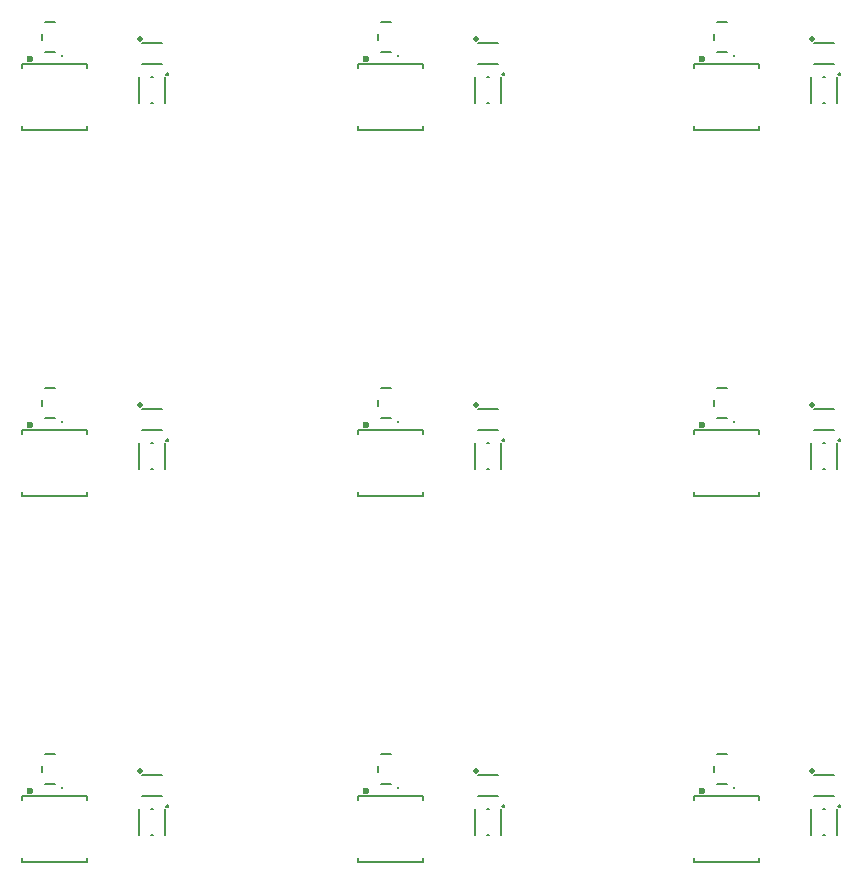
<source format=gto>
G04 EAGLE Gerber RS-274X export*
G75*
%MOMM*%
%FSLAX34Y34*%
%LPD*%
%INSilkscreen Top*%
%IPPOS*%
%AMOC8*
5,1,8,0,0,1.08239X$1,22.5*%
G01*
%ADD10C,0.127000*%
%ADD11C,0.508000*%
%ADD12C,0.203200*%
%ADD13C,0.254000*%
%ADD14C,0.600000*%


D10*
X128700Y84250D02*
X128700Y106250D01*
X150700Y106250D02*
X150700Y84250D01*
X140700Y84250D02*
X138700Y84250D01*
X138700Y106250D02*
X140700Y106250D01*
X152000Y108250D02*
X152002Y108302D01*
X152008Y108354D01*
X152018Y108406D01*
X152031Y108456D01*
X152048Y108506D01*
X152069Y108554D01*
X152094Y108600D01*
X152122Y108644D01*
X152153Y108686D01*
X152187Y108726D01*
X152224Y108763D01*
X152264Y108797D01*
X152306Y108828D01*
X152350Y108856D01*
X152396Y108881D01*
X152444Y108902D01*
X152494Y108919D01*
X152544Y108932D01*
X152596Y108942D01*
X152648Y108948D01*
X152700Y108950D01*
X152752Y108948D01*
X152804Y108942D01*
X152856Y108932D01*
X152906Y108919D01*
X152956Y108902D01*
X153004Y108881D01*
X153050Y108856D01*
X153094Y108828D01*
X153136Y108797D01*
X153176Y108763D01*
X153213Y108726D01*
X153247Y108686D01*
X153278Y108644D01*
X153306Y108600D01*
X153331Y108554D01*
X153352Y108506D01*
X153369Y108456D01*
X153382Y108406D01*
X153392Y108354D01*
X153398Y108302D01*
X153400Y108250D01*
X153398Y108198D01*
X153392Y108146D01*
X153382Y108094D01*
X153369Y108044D01*
X153352Y107994D01*
X153331Y107946D01*
X153306Y107900D01*
X153278Y107856D01*
X153247Y107814D01*
X153213Y107774D01*
X153176Y107737D01*
X153136Y107703D01*
X153094Y107672D01*
X153050Y107644D01*
X153004Y107619D01*
X152956Y107598D01*
X152906Y107581D01*
X152856Y107568D01*
X152804Y107558D01*
X152752Y107552D01*
X152700Y107550D01*
X152648Y107552D01*
X152596Y107558D01*
X152544Y107568D01*
X152494Y107581D01*
X152444Y107598D01*
X152396Y107619D01*
X152350Y107644D01*
X152306Y107672D01*
X152264Y107703D01*
X152224Y107737D01*
X152187Y107774D01*
X152153Y107814D01*
X152122Y107856D01*
X152094Y107900D01*
X152069Y107946D01*
X152048Y107994D01*
X152031Y108044D01*
X152018Y108094D01*
X152008Y108146D01*
X152002Y108198D01*
X152000Y108250D01*
D11*
X129930Y138040D03*
D12*
X131450Y134615D02*
X147950Y134615D01*
X147950Y116845D02*
X131450Y116845D01*
D13*
X63500Y123698D03*
D12*
X57634Y152400D02*
X49046Y152400D01*
X49046Y127000D02*
X57634Y127000D01*
X46252Y137016D02*
X46252Y142384D01*
D14*
X36640Y120840D03*
D12*
X29480Y61230D02*
X84820Y61230D01*
X84820Y116570D02*
X29480Y116570D01*
X84820Y116570D02*
X84820Y113300D01*
X84820Y64500D02*
X84820Y61230D01*
X29480Y61230D02*
X29480Y64500D01*
X29480Y113300D02*
X29480Y116570D01*
D10*
X413205Y106250D02*
X413205Y84250D01*
X435205Y84250D02*
X435205Y106250D01*
X425205Y84250D02*
X423205Y84250D01*
X423205Y106250D02*
X425205Y106250D01*
X436505Y108250D02*
X436507Y108302D01*
X436513Y108354D01*
X436523Y108406D01*
X436536Y108456D01*
X436553Y108506D01*
X436574Y108554D01*
X436599Y108600D01*
X436627Y108644D01*
X436658Y108686D01*
X436692Y108726D01*
X436729Y108763D01*
X436769Y108797D01*
X436811Y108828D01*
X436855Y108856D01*
X436901Y108881D01*
X436949Y108902D01*
X436999Y108919D01*
X437049Y108932D01*
X437101Y108942D01*
X437153Y108948D01*
X437205Y108950D01*
X437257Y108948D01*
X437309Y108942D01*
X437361Y108932D01*
X437411Y108919D01*
X437461Y108902D01*
X437509Y108881D01*
X437555Y108856D01*
X437599Y108828D01*
X437641Y108797D01*
X437681Y108763D01*
X437718Y108726D01*
X437752Y108686D01*
X437783Y108644D01*
X437811Y108600D01*
X437836Y108554D01*
X437857Y108506D01*
X437874Y108456D01*
X437887Y108406D01*
X437897Y108354D01*
X437903Y108302D01*
X437905Y108250D01*
X437903Y108198D01*
X437897Y108146D01*
X437887Y108094D01*
X437874Y108044D01*
X437857Y107994D01*
X437836Y107946D01*
X437811Y107900D01*
X437783Y107856D01*
X437752Y107814D01*
X437718Y107774D01*
X437681Y107737D01*
X437641Y107703D01*
X437599Y107672D01*
X437555Y107644D01*
X437509Y107619D01*
X437461Y107598D01*
X437411Y107581D01*
X437361Y107568D01*
X437309Y107558D01*
X437257Y107552D01*
X437205Y107550D01*
X437153Y107552D01*
X437101Y107558D01*
X437049Y107568D01*
X436999Y107581D01*
X436949Y107598D01*
X436901Y107619D01*
X436855Y107644D01*
X436811Y107672D01*
X436769Y107703D01*
X436729Y107737D01*
X436692Y107774D01*
X436658Y107814D01*
X436627Y107856D01*
X436599Y107900D01*
X436574Y107946D01*
X436553Y107994D01*
X436536Y108044D01*
X436523Y108094D01*
X436513Y108146D01*
X436507Y108198D01*
X436505Y108250D01*
D11*
X414435Y138040D03*
D12*
X415955Y134615D02*
X432455Y134615D01*
X432455Y116845D02*
X415955Y116845D01*
D13*
X348005Y123698D03*
D12*
X342139Y152400D02*
X333551Y152400D01*
X333551Y127000D02*
X342139Y127000D01*
X330757Y137016D02*
X330757Y142384D01*
D14*
X321145Y120840D03*
D12*
X313985Y61230D02*
X369325Y61230D01*
X369325Y116570D02*
X313985Y116570D01*
X369325Y116570D02*
X369325Y113300D01*
X369325Y64500D02*
X369325Y61230D01*
X313985Y61230D02*
X313985Y64500D01*
X313985Y113300D02*
X313985Y116570D01*
D10*
X697711Y106250D02*
X697711Y84250D01*
X719711Y84250D02*
X719711Y106250D01*
X709711Y84250D02*
X707711Y84250D01*
X707711Y106250D02*
X709711Y106250D01*
X721011Y108250D02*
X721013Y108302D01*
X721019Y108354D01*
X721029Y108406D01*
X721042Y108456D01*
X721059Y108506D01*
X721080Y108554D01*
X721105Y108600D01*
X721133Y108644D01*
X721164Y108686D01*
X721198Y108726D01*
X721235Y108763D01*
X721275Y108797D01*
X721317Y108828D01*
X721361Y108856D01*
X721407Y108881D01*
X721455Y108902D01*
X721505Y108919D01*
X721555Y108932D01*
X721607Y108942D01*
X721659Y108948D01*
X721711Y108950D01*
X721763Y108948D01*
X721815Y108942D01*
X721867Y108932D01*
X721917Y108919D01*
X721967Y108902D01*
X722015Y108881D01*
X722061Y108856D01*
X722105Y108828D01*
X722147Y108797D01*
X722187Y108763D01*
X722224Y108726D01*
X722258Y108686D01*
X722289Y108644D01*
X722317Y108600D01*
X722342Y108554D01*
X722363Y108506D01*
X722380Y108456D01*
X722393Y108406D01*
X722403Y108354D01*
X722409Y108302D01*
X722411Y108250D01*
X722409Y108198D01*
X722403Y108146D01*
X722393Y108094D01*
X722380Y108044D01*
X722363Y107994D01*
X722342Y107946D01*
X722317Y107900D01*
X722289Y107856D01*
X722258Y107814D01*
X722224Y107774D01*
X722187Y107737D01*
X722147Y107703D01*
X722105Y107672D01*
X722061Y107644D01*
X722015Y107619D01*
X721967Y107598D01*
X721917Y107581D01*
X721867Y107568D01*
X721815Y107558D01*
X721763Y107552D01*
X721711Y107550D01*
X721659Y107552D01*
X721607Y107558D01*
X721555Y107568D01*
X721505Y107581D01*
X721455Y107598D01*
X721407Y107619D01*
X721361Y107644D01*
X721317Y107672D01*
X721275Y107703D01*
X721235Y107737D01*
X721198Y107774D01*
X721164Y107814D01*
X721133Y107856D01*
X721105Y107900D01*
X721080Y107946D01*
X721059Y107994D01*
X721042Y108044D01*
X721029Y108094D01*
X721019Y108146D01*
X721013Y108198D01*
X721011Y108250D01*
D11*
X698941Y138040D03*
D12*
X700461Y134615D02*
X716961Y134615D01*
X716961Y116845D02*
X700461Y116845D01*
D13*
X632511Y123698D03*
D12*
X626645Y152400D02*
X618057Y152400D01*
X618057Y127000D02*
X626645Y127000D01*
X615263Y137016D02*
X615263Y142384D01*
D14*
X605651Y120840D03*
D12*
X598491Y61230D02*
X653831Y61230D01*
X653831Y116570D02*
X598491Y116570D01*
X653831Y116570D02*
X653831Y113300D01*
X653831Y64500D02*
X653831Y61230D01*
X598491Y61230D02*
X598491Y64500D01*
X598491Y113300D02*
X598491Y116570D01*
D10*
X128700Y394130D02*
X128700Y416130D01*
X150700Y416130D02*
X150700Y394130D01*
X140700Y394130D02*
X138700Y394130D01*
X138700Y416130D02*
X140700Y416130D01*
X152000Y418130D02*
X152002Y418182D01*
X152008Y418234D01*
X152018Y418286D01*
X152031Y418336D01*
X152048Y418386D01*
X152069Y418434D01*
X152094Y418480D01*
X152122Y418524D01*
X152153Y418566D01*
X152187Y418606D01*
X152224Y418643D01*
X152264Y418677D01*
X152306Y418708D01*
X152350Y418736D01*
X152396Y418761D01*
X152444Y418782D01*
X152494Y418799D01*
X152544Y418812D01*
X152596Y418822D01*
X152648Y418828D01*
X152700Y418830D01*
X152752Y418828D01*
X152804Y418822D01*
X152856Y418812D01*
X152906Y418799D01*
X152956Y418782D01*
X153004Y418761D01*
X153050Y418736D01*
X153094Y418708D01*
X153136Y418677D01*
X153176Y418643D01*
X153213Y418606D01*
X153247Y418566D01*
X153278Y418524D01*
X153306Y418480D01*
X153331Y418434D01*
X153352Y418386D01*
X153369Y418336D01*
X153382Y418286D01*
X153392Y418234D01*
X153398Y418182D01*
X153400Y418130D01*
X153398Y418078D01*
X153392Y418026D01*
X153382Y417974D01*
X153369Y417924D01*
X153352Y417874D01*
X153331Y417826D01*
X153306Y417780D01*
X153278Y417736D01*
X153247Y417694D01*
X153213Y417654D01*
X153176Y417617D01*
X153136Y417583D01*
X153094Y417552D01*
X153050Y417524D01*
X153004Y417499D01*
X152956Y417478D01*
X152906Y417461D01*
X152856Y417448D01*
X152804Y417438D01*
X152752Y417432D01*
X152700Y417430D01*
X152648Y417432D01*
X152596Y417438D01*
X152544Y417448D01*
X152494Y417461D01*
X152444Y417478D01*
X152396Y417499D01*
X152350Y417524D01*
X152306Y417552D01*
X152264Y417583D01*
X152224Y417617D01*
X152187Y417654D01*
X152153Y417694D01*
X152122Y417736D01*
X152094Y417780D01*
X152069Y417826D01*
X152048Y417874D01*
X152031Y417924D01*
X152018Y417974D01*
X152008Y418026D01*
X152002Y418078D01*
X152000Y418130D01*
D11*
X129930Y447920D03*
D12*
X131450Y444495D02*
X147950Y444495D01*
X147950Y426725D02*
X131450Y426725D01*
D13*
X63500Y433578D03*
D12*
X57634Y462280D02*
X49046Y462280D01*
X49046Y436880D02*
X57634Y436880D01*
X46252Y446896D02*
X46252Y452264D01*
D14*
X36640Y430720D03*
D12*
X29480Y371110D02*
X84820Y371110D01*
X84820Y426450D02*
X29480Y426450D01*
X84820Y426450D02*
X84820Y423180D01*
X84820Y374380D02*
X84820Y371110D01*
X29480Y371110D02*
X29480Y374380D01*
X29480Y423180D02*
X29480Y426450D01*
D10*
X413205Y416130D02*
X413205Y394130D01*
X435205Y394130D02*
X435205Y416130D01*
X425205Y394130D02*
X423205Y394130D01*
X423205Y416130D02*
X425205Y416130D01*
X436505Y418130D02*
X436507Y418182D01*
X436513Y418234D01*
X436523Y418286D01*
X436536Y418336D01*
X436553Y418386D01*
X436574Y418434D01*
X436599Y418480D01*
X436627Y418524D01*
X436658Y418566D01*
X436692Y418606D01*
X436729Y418643D01*
X436769Y418677D01*
X436811Y418708D01*
X436855Y418736D01*
X436901Y418761D01*
X436949Y418782D01*
X436999Y418799D01*
X437049Y418812D01*
X437101Y418822D01*
X437153Y418828D01*
X437205Y418830D01*
X437257Y418828D01*
X437309Y418822D01*
X437361Y418812D01*
X437411Y418799D01*
X437461Y418782D01*
X437509Y418761D01*
X437555Y418736D01*
X437599Y418708D01*
X437641Y418677D01*
X437681Y418643D01*
X437718Y418606D01*
X437752Y418566D01*
X437783Y418524D01*
X437811Y418480D01*
X437836Y418434D01*
X437857Y418386D01*
X437874Y418336D01*
X437887Y418286D01*
X437897Y418234D01*
X437903Y418182D01*
X437905Y418130D01*
X437903Y418078D01*
X437897Y418026D01*
X437887Y417974D01*
X437874Y417924D01*
X437857Y417874D01*
X437836Y417826D01*
X437811Y417780D01*
X437783Y417736D01*
X437752Y417694D01*
X437718Y417654D01*
X437681Y417617D01*
X437641Y417583D01*
X437599Y417552D01*
X437555Y417524D01*
X437509Y417499D01*
X437461Y417478D01*
X437411Y417461D01*
X437361Y417448D01*
X437309Y417438D01*
X437257Y417432D01*
X437205Y417430D01*
X437153Y417432D01*
X437101Y417438D01*
X437049Y417448D01*
X436999Y417461D01*
X436949Y417478D01*
X436901Y417499D01*
X436855Y417524D01*
X436811Y417552D01*
X436769Y417583D01*
X436729Y417617D01*
X436692Y417654D01*
X436658Y417694D01*
X436627Y417736D01*
X436599Y417780D01*
X436574Y417826D01*
X436553Y417874D01*
X436536Y417924D01*
X436523Y417974D01*
X436513Y418026D01*
X436507Y418078D01*
X436505Y418130D01*
D11*
X414435Y447920D03*
D12*
X415955Y444495D02*
X432455Y444495D01*
X432455Y426725D02*
X415955Y426725D01*
D13*
X348005Y433578D03*
D12*
X342139Y462280D02*
X333551Y462280D01*
X333551Y436880D02*
X342139Y436880D01*
X330757Y446896D02*
X330757Y452264D01*
D14*
X321145Y430720D03*
D12*
X313985Y371110D02*
X369325Y371110D01*
X369325Y426450D02*
X313985Y426450D01*
X369325Y426450D02*
X369325Y423180D01*
X369325Y374380D02*
X369325Y371110D01*
X313985Y371110D02*
X313985Y374380D01*
X313985Y423180D02*
X313985Y426450D01*
D10*
X697711Y416130D02*
X697711Y394130D01*
X719711Y394130D02*
X719711Y416130D01*
X709711Y394130D02*
X707711Y394130D01*
X707711Y416130D02*
X709711Y416130D01*
X721011Y418130D02*
X721013Y418182D01*
X721019Y418234D01*
X721029Y418286D01*
X721042Y418336D01*
X721059Y418386D01*
X721080Y418434D01*
X721105Y418480D01*
X721133Y418524D01*
X721164Y418566D01*
X721198Y418606D01*
X721235Y418643D01*
X721275Y418677D01*
X721317Y418708D01*
X721361Y418736D01*
X721407Y418761D01*
X721455Y418782D01*
X721505Y418799D01*
X721555Y418812D01*
X721607Y418822D01*
X721659Y418828D01*
X721711Y418830D01*
X721763Y418828D01*
X721815Y418822D01*
X721867Y418812D01*
X721917Y418799D01*
X721967Y418782D01*
X722015Y418761D01*
X722061Y418736D01*
X722105Y418708D01*
X722147Y418677D01*
X722187Y418643D01*
X722224Y418606D01*
X722258Y418566D01*
X722289Y418524D01*
X722317Y418480D01*
X722342Y418434D01*
X722363Y418386D01*
X722380Y418336D01*
X722393Y418286D01*
X722403Y418234D01*
X722409Y418182D01*
X722411Y418130D01*
X722409Y418078D01*
X722403Y418026D01*
X722393Y417974D01*
X722380Y417924D01*
X722363Y417874D01*
X722342Y417826D01*
X722317Y417780D01*
X722289Y417736D01*
X722258Y417694D01*
X722224Y417654D01*
X722187Y417617D01*
X722147Y417583D01*
X722105Y417552D01*
X722061Y417524D01*
X722015Y417499D01*
X721967Y417478D01*
X721917Y417461D01*
X721867Y417448D01*
X721815Y417438D01*
X721763Y417432D01*
X721711Y417430D01*
X721659Y417432D01*
X721607Y417438D01*
X721555Y417448D01*
X721505Y417461D01*
X721455Y417478D01*
X721407Y417499D01*
X721361Y417524D01*
X721317Y417552D01*
X721275Y417583D01*
X721235Y417617D01*
X721198Y417654D01*
X721164Y417694D01*
X721133Y417736D01*
X721105Y417780D01*
X721080Y417826D01*
X721059Y417874D01*
X721042Y417924D01*
X721029Y417974D01*
X721019Y418026D01*
X721013Y418078D01*
X721011Y418130D01*
D11*
X698941Y447920D03*
D12*
X700461Y444495D02*
X716961Y444495D01*
X716961Y426725D02*
X700461Y426725D01*
D13*
X632511Y433578D03*
D12*
X626645Y462280D02*
X618057Y462280D01*
X618057Y436880D02*
X626645Y436880D01*
X615263Y446896D02*
X615263Y452264D01*
D14*
X605651Y430720D03*
D12*
X598491Y371110D02*
X653831Y371110D01*
X653831Y426450D02*
X598491Y426450D01*
X653831Y426450D02*
X653831Y423180D01*
X653831Y374380D02*
X653831Y371110D01*
X598491Y371110D02*
X598491Y374380D01*
X598491Y423180D02*
X598491Y426450D01*
D10*
X128700Y704010D02*
X128700Y726010D01*
X150700Y726010D02*
X150700Y704010D01*
X140700Y704010D02*
X138700Y704010D01*
X138700Y726010D02*
X140700Y726010D01*
X152000Y728010D02*
X152002Y728062D01*
X152008Y728114D01*
X152018Y728166D01*
X152031Y728216D01*
X152048Y728266D01*
X152069Y728314D01*
X152094Y728360D01*
X152122Y728404D01*
X152153Y728446D01*
X152187Y728486D01*
X152224Y728523D01*
X152264Y728557D01*
X152306Y728588D01*
X152350Y728616D01*
X152396Y728641D01*
X152444Y728662D01*
X152494Y728679D01*
X152544Y728692D01*
X152596Y728702D01*
X152648Y728708D01*
X152700Y728710D01*
X152752Y728708D01*
X152804Y728702D01*
X152856Y728692D01*
X152906Y728679D01*
X152956Y728662D01*
X153004Y728641D01*
X153050Y728616D01*
X153094Y728588D01*
X153136Y728557D01*
X153176Y728523D01*
X153213Y728486D01*
X153247Y728446D01*
X153278Y728404D01*
X153306Y728360D01*
X153331Y728314D01*
X153352Y728266D01*
X153369Y728216D01*
X153382Y728166D01*
X153392Y728114D01*
X153398Y728062D01*
X153400Y728010D01*
X153398Y727958D01*
X153392Y727906D01*
X153382Y727854D01*
X153369Y727804D01*
X153352Y727754D01*
X153331Y727706D01*
X153306Y727660D01*
X153278Y727616D01*
X153247Y727574D01*
X153213Y727534D01*
X153176Y727497D01*
X153136Y727463D01*
X153094Y727432D01*
X153050Y727404D01*
X153004Y727379D01*
X152956Y727358D01*
X152906Y727341D01*
X152856Y727328D01*
X152804Y727318D01*
X152752Y727312D01*
X152700Y727310D01*
X152648Y727312D01*
X152596Y727318D01*
X152544Y727328D01*
X152494Y727341D01*
X152444Y727358D01*
X152396Y727379D01*
X152350Y727404D01*
X152306Y727432D01*
X152264Y727463D01*
X152224Y727497D01*
X152187Y727534D01*
X152153Y727574D01*
X152122Y727616D01*
X152094Y727660D01*
X152069Y727706D01*
X152048Y727754D01*
X152031Y727804D01*
X152018Y727854D01*
X152008Y727906D01*
X152002Y727958D01*
X152000Y728010D01*
D11*
X129930Y757800D03*
D12*
X131450Y754375D02*
X147950Y754375D01*
X147950Y736605D02*
X131450Y736605D01*
D13*
X63500Y743458D03*
D12*
X57634Y772160D02*
X49046Y772160D01*
X49046Y746760D02*
X57634Y746760D01*
X46252Y756776D02*
X46252Y762144D01*
D14*
X36640Y740600D03*
D12*
X29480Y680990D02*
X84820Y680990D01*
X84820Y736330D02*
X29480Y736330D01*
X84820Y736330D02*
X84820Y733060D01*
X84820Y684260D02*
X84820Y680990D01*
X29480Y680990D02*
X29480Y684260D01*
X29480Y733060D02*
X29480Y736330D01*
D10*
X413205Y726010D02*
X413205Y704010D01*
X435205Y704010D02*
X435205Y726010D01*
X425205Y704010D02*
X423205Y704010D01*
X423205Y726010D02*
X425205Y726010D01*
X436505Y728010D02*
X436507Y728062D01*
X436513Y728114D01*
X436523Y728166D01*
X436536Y728216D01*
X436553Y728266D01*
X436574Y728314D01*
X436599Y728360D01*
X436627Y728404D01*
X436658Y728446D01*
X436692Y728486D01*
X436729Y728523D01*
X436769Y728557D01*
X436811Y728588D01*
X436855Y728616D01*
X436901Y728641D01*
X436949Y728662D01*
X436999Y728679D01*
X437049Y728692D01*
X437101Y728702D01*
X437153Y728708D01*
X437205Y728710D01*
X437257Y728708D01*
X437309Y728702D01*
X437361Y728692D01*
X437411Y728679D01*
X437461Y728662D01*
X437509Y728641D01*
X437555Y728616D01*
X437599Y728588D01*
X437641Y728557D01*
X437681Y728523D01*
X437718Y728486D01*
X437752Y728446D01*
X437783Y728404D01*
X437811Y728360D01*
X437836Y728314D01*
X437857Y728266D01*
X437874Y728216D01*
X437887Y728166D01*
X437897Y728114D01*
X437903Y728062D01*
X437905Y728010D01*
X437903Y727958D01*
X437897Y727906D01*
X437887Y727854D01*
X437874Y727804D01*
X437857Y727754D01*
X437836Y727706D01*
X437811Y727660D01*
X437783Y727616D01*
X437752Y727574D01*
X437718Y727534D01*
X437681Y727497D01*
X437641Y727463D01*
X437599Y727432D01*
X437555Y727404D01*
X437509Y727379D01*
X437461Y727358D01*
X437411Y727341D01*
X437361Y727328D01*
X437309Y727318D01*
X437257Y727312D01*
X437205Y727310D01*
X437153Y727312D01*
X437101Y727318D01*
X437049Y727328D01*
X436999Y727341D01*
X436949Y727358D01*
X436901Y727379D01*
X436855Y727404D01*
X436811Y727432D01*
X436769Y727463D01*
X436729Y727497D01*
X436692Y727534D01*
X436658Y727574D01*
X436627Y727616D01*
X436599Y727660D01*
X436574Y727706D01*
X436553Y727754D01*
X436536Y727804D01*
X436523Y727854D01*
X436513Y727906D01*
X436507Y727958D01*
X436505Y728010D01*
D11*
X414435Y757800D03*
D12*
X415955Y754375D02*
X432455Y754375D01*
X432455Y736605D02*
X415955Y736605D01*
D13*
X348005Y743458D03*
D12*
X342139Y772160D02*
X333551Y772160D01*
X333551Y746760D02*
X342139Y746760D01*
X330757Y756776D02*
X330757Y762144D01*
D14*
X321145Y740600D03*
D12*
X313985Y680990D02*
X369325Y680990D01*
X369325Y736330D02*
X313985Y736330D01*
X369325Y736330D02*
X369325Y733060D01*
X369325Y684260D02*
X369325Y680990D01*
X313985Y680990D02*
X313985Y684260D01*
X313985Y733060D02*
X313985Y736330D01*
D10*
X697711Y726010D02*
X697711Y704010D01*
X719711Y704010D02*
X719711Y726010D01*
X709711Y704010D02*
X707711Y704010D01*
X707711Y726010D02*
X709711Y726010D01*
X721011Y728010D02*
X721013Y728062D01*
X721019Y728114D01*
X721029Y728166D01*
X721042Y728216D01*
X721059Y728266D01*
X721080Y728314D01*
X721105Y728360D01*
X721133Y728404D01*
X721164Y728446D01*
X721198Y728486D01*
X721235Y728523D01*
X721275Y728557D01*
X721317Y728588D01*
X721361Y728616D01*
X721407Y728641D01*
X721455Y728662D01*
X721505Y728679D01*
X721555Y728692D01*
X721607Y728702D01*
X721659Y728708D01*
X721711Y728710D01*
X721763Y728708D01*
X721815Y728702D01*
X721867Y728692D01*
X721917Y728679D01*
X721967Y728662D01*
X722015Y728641D01*
X722061Y728616D01*
X722105Y728588D01*
X722147Y728557D01*
X722187Y728523D01*
X722224Y728486D01*
X722258Y728446D01*
X722289Y728404D01*
X722317Y728360D01*
X722342Y728314D01*
X722363Y728266D01*
X722380Y728216D01*
X722393Y728166D01*
X722403Y728114D01*
X722409Y728062D01*
X722411Y728010D01*
X722409Y727958D01*
X722403Y727906D01*
X722393Y727854D01*
X722380Y727804D01*
X722363Y727754D01*
X722342Y727706D01*
X722317Y727660D01*
X722289Y727616D01*
X722258Y727574D01*
X722224Y727534D01*
X722187Y727497D01*
X722147Y727463D01*
X722105Y727432D01*
X722061Y727404D01*
X722015Y727379D01*
X721967Y727358D01*
X721917Y727341D01*
X721867Y727328D01*
X721815Y727318D01*
X721763Y727312D01*
X721711Y727310D01*
X721659Y727312D01*
X721607Y727318D01*
X721555Y727328D01*
X721505Y727341D01*
X721455Y727358D01*
X721407Y727379D01*
X721361Y727404D01*
X721317Y727432D01*
X721275Y727463D01*
X721235Y727497D01*
X721198Y727534D01*
X721164Y727574D01*
X721133Y727616D01*
X721105Y727660D01*
X721080Y727706D01*
X721059Y727754D01*
X721042Y727804D01*
X721029Y727854D01*
X721019Y727906D01*
X721013Y727958D01*
X721011Y728010D01*
D11*
X698941Y757800D03*
D12*
X700461Y754375D02*
X716961Y754375D01*
X716961Y736605D02*
X700461Y736605D01*
D13*
X632511Y743458D03*
D12*
X626645Y772160D02*
X618057Y772160D01*
X618057Y746760D02*
X626645Y746760D01*
X615263Y756776D02*
X615263Y762144D01*
D14*
X605651Y740600D03*
D12*
X598491Y680990D02*
X653831Y680990D01*
X653831Y736330D02*
X598491Y736330D01*
X653831Y736330D02*
X653831Y733060D01*
X653831Y684260D02*
X653831Y680990D01*
X598491Y680990D02*
X598491Y684260D01*
X598491Y733060D02*
X598491Y736330D01*
M02*

</source>
